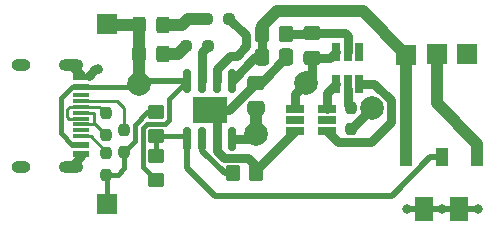
<source format=gbr>
%TF.GenerationSoftware,KiCad,Pcbnew,7.0.10*%
%TF.CreationDate,2024-03-07T14:05:51+00:00*%
%TF.ProjectId,tp4056,74703430-3536-42e6-9b69-6361645f7063,rev?*%
%TF.SameCoordinates,Original*%
%TF.FileFunction,Copper,L1,Top*%
%TF.FilePolarity,Positive*%
%FSLAX46Y46*%
G04 Gerber Fmt 4.6, Leading zero omitted, Abs format (unit mm)*
G04 Created by KiCad (PCBNEW 7.0.10) date 2024-03-07 14:05:51*
%MOMM*%
%LPD*%
G01*
G04 APERTURE LIST*
G04 Aperture macros list*
%AMRoundRect*
0 Rectangle with rounded corners*
0 $1 Rounding radius*
0 $2 $3 $4 $5 $6 $7 $8 $9 X,Y pos of 4 corners*
0 Add a 4 corners polygon primitive as box body*
4,1,4,$2,$3,$4,$5,$6,$7,$8,$9,$2,$3,0*
0 Add four circle primitives for the rounded corners*
1,1,$1+$1,$2,$3*
1,1,$1+$1,$4,$5*
1,1,$1+$1,$6,$7*
1,1,$1+$1,$8,$9*
0 Add four rect primitives between the rounded corners*
20,1,$1+$1,$2,$3,$4,$5,0*
20,1,$1+$1,$4,$5,$6,$7,0*
20,1,$1+$1,$6,$7,$8,$9,0*
20,1,$1+$1,$8,$9,$2,$3,0*%
G04 Aperture macros list end*
%TA.AperFunction,SMDPad,CuDef*%
%ADD10RoundRect,0.237500X0.237500X-0.250000X0.237500X0.250000X-0.237500X0.250000X-0.237500X-0.250000X0*%
%TD*%
%TA.AperFunction,ComponentPad*%
%ADD11R,1.700000X1.700000*%
%TD*%
%TA.AperFunction,SMDPad,CuDef*%
%ADD12RoundRect,0.250000X-0.350000X-0.450000X0.350000X-0.450000X0.350000X0.450000X-0.350000X0.450000X0*%
%TD*%
%TA.AperFunction,SMDPad,CuDef*%
%ADD13RoundRect,0.150000X0.150000X-0.825000X0.150000X0.825000X-0.150000X0.825000X-0.150000X-0.825000X0*%
%TD*%
%TA.AperFunction,SMDPad,CuDef*%
%ADD14R,3.000000X2.290000*%
%TD*%
%TA.AperFunction,SMDPad,CuDef*%
%ADD15RoundRect,0.237500X-0.250000X-0.237500X0.250000X-0.237500X0.250000X0.237500X-0.250000X0.237500X0*%
%TD*%
%TA.AperFunction,SMDPad,CuDef*%
%ADD16RoundRect,0.250000X-0.337500X-0.475000X0.337500X-0.475000X0.337500X0.475000X-0.337500X0.475000X0*%
%TD*%
%TA.AperFunction,SMDPad,CuDef*%
%ADD17RoundRect,0.237500X-0.237500X0.250000X-0.237500X-0.250000X0.237500X-0.250000X0.237500X0.250000X0*%
%TD*%
%TA.AperFunction,SMDPad,CuDef*%
%ADD18RoundRect,0.250000X0.325000X0.450000X-0.325000X0.450000X-0.325000X-0.450000X0.325000X-0.450000X0*%
%TD*%
%TA.AperFunction,SMDPad,CuDef*%
%ADD19RoundRect,0.250000X0.475000X-0.337500X0.475000X0.337500X-0.475000X0.337500X-0.475000X-0.337500X0*%
%TD*%
%TA.AperFunction,SMDPad,CuDef*%
%ADD20R,1.450000X0.600000*%
%TD*%
%TA.AperFunction,SMDPad,CuDef*%
%ADD21R,1.450000X0.300000*%
%TD*%
%TA.AperFunction,ComponentPad*%
%ADD22O,2.100000X1.000000*%
%TD*%
%TA.AperFunction,ComponentPad*%
%ADD23O,1.600000X1.000000*%
%TD*%
%TA.AperFunction,SMDPad,CuDef*%
%ADD24R,1.560000X0.650000*%
%TD*%
%TA.AperFunction,SMDPad,CuDef*%
%ADD25RoundRect,0.250000X-0.475000X0.337500X-0.475000X-0.337500X0.475000X-0.337500X0.475000X0.337500X0*%
%TD*%
%TA.AperFunction,SMDPad,CuDef*%
%ADD26RoundRect,0.250000X0.450000X-0.350000X0.450000X0.350000X-0.450000X0.350000X-0.450000X-0.350000X0*%
%TD*%
%TA.AperFunction,SMDPad,CuDef*%
%ADD27R,1.000000X1.500000*%
%TD*%
%TA.AperFunction,SMDPad,CuDef*%
%ADD28R,1.500000X2.000000*%
%TD*%
%TA.AperFunction,SMDPad,CuDef*%
%ADD29R,0.650000X1.560000*%
%TD*%
%TA.AperFunction,ViaPad*%
%ADD30C,0.800000*%
%TD*%
%TA.AperFunction,ViaPad*%
%ADD31C,0.600000*%
%TD*%
%TA.AperFunction,ViaPad*%
%ADD32C,2.000000*%
%TD*%
%TA.AperFunction,Conductor*%
%ADD33C,1.000000*%
%TD*%
%TA.AperFunction,Conductor*%
%ADD34C,0.800000*%
%TD*%
%TA.AperFunction,Conductor*%
%ADD35C,0.500000*%
%TD*%
%TA.AperFunction,Conductor*%
%ADD36C,0.400000*%
%TD*%
%TA.AperFunction,Conductor*%
%ADD37C,0.250000*%
%TD*%
G04 APERTURE END LIST*
D10*
%TO.P,R4,1*%
%TO.N,GND*%
X168020000Y-85082500D03*
%TO.P,R4,2*%
%TO.N,Net-(U2-CS)*%
X168020000Y-83257500D03*
%TD*%
D11*
%TO.P,J3,1,Pin_1*%
%TO.N,VIN*%
X147320000Y-76200000D03*
%TD*%
D12*
%TO.P,R5,1*%
%TO.N,BAT+*%
X160500000Y-77000000D03*
%TO.P,R5,2*%
%TO.N,Net-(U2-VCC)*%
X162500000Y-77000000D03*
%TD*%
D13*
%TO.P,U1,1,TEMP*%
%TO.N,TEMP*%
X154145000Y-85905000D03*
%TO.P,U1,2,PROG*%
%TO.N,Net-(U1-PROG)*%
X155415000Y-85905000D03*
%TO.P,U1,3,GND*%
%TO.N,GND*%
X156685000Y-85905000D03*
%TO.P,U1,4,VCC*%
%TO.N,VIN*%
X157955000Y-85905000D03*
%TO.P,U1,5,BAT*%
%TO.N,BAT+*%
X157955000Y-80955000D03*
%TO.P,U1,6,~{STDBY}*%
%TO.N,Net-(U1-~{STDBY})*%
X156685000Y-80955000D03*
%TO.P,U1,7,~{CHRG}*%
%TO.N,Net-(U1-~{CHRG})*%
X155415000Y-80955000D03*
%TO.P,U1,8,CE*%
%TO.N,VIN*%
X154145000Y-80955000D03*
D14*
%TO.P,U1,9,PP*%
%TO.N,GND*%
X156050000Y-83430000D03*
%TD*%
D15*
%TO.P,R2,1*%
%TO.N,Net-(D2-K)*%
X155837500Y-75750000D03*
%TO.P,R2,2*%
%TO.N,Net-(U1-~{STDBY})*%
X157662500Y-75750000D03*
%TD*%
D11*
%TO.P,J7,1,Pin_1*%
%TO.N,GND*%
X177800000Y-78740000D03*
%TD*%
D16*
%TO.P,C2,1*%
%TO.N,BAT+*%
X160462500Y-79000000D03*
%TO.P,C2,2*%
%TO.N,GND*%
X162537500Y-79000000D03*
%TD*%
D17*
%TO.P,R7,1*%
%TO.N,Net-(J8-CC1)*%
X148820000Y-85155000D03*
%TO.P,R7,2*%
%TO.N,GND*%
X148820000Y-86980000D03*
%TD*%
D18*
%TO.P,D2,1,K*%
%TO.N,Net-(D2-K)*%
X152122500Y-76290000D03*
%TO.P,D2,2,A*%
%TO.N,VIN*%
X150072500Y-76290000D03*
%TD*%
D17*
%TO.P,R6,1*%
%TO.N,Net-(J8-CC2)*%
X147290000Y-87097500D03*
%TO.P,R6,2*%
%TO.N,GND*%
X147290000Y-88922500D03*
%TD*%
D19*
%TO.P,C1,1*%
%TO.N,VIN*%
X160000000Y-83237500D03*
%TO.P,C1,2*%
%TO.N,GND*%
X160000000Y-81162500D03*
%TD*%
D15*
%TO.P,R1,1*%
%TO.N,Net-(D1-K)*%
X154087500Y-78000000D03*
%TO.P,R1,2*%
%TO.N,Net-(U1-~{CHRG})*%
X155912500Y-78000000D03*
%TD*%
D20*
%TO.P,J8,A1,GND*%
%TO.N,GND*%
X145195000Y-80670000D03*
%TO.P,J8,A4,VBUS*%
%TO.N,VIN*%
X145195000Y-81470000D03*
D21*
%TO.P,J8,A5,CC1*%
%TO.N,Net-(J8-CC1)*%
X145195000Y-82670000D03*
%TO.P,J8,A6,D+*%
%TO.N,Net-(J8-D+-PadA6)*%
X145195000Y-83670000D03*
%TO.P,J8,A7,D-*%
%TO.N,Net-(J8-D--PadA7)*%
X145195000Y-84170000D03*
%TO.P,J8,A8,SBU1*%
%TO.N,unconnected-(J8-SBU1-PadA8)*%
X145195000Y-85170000D03*
D20*
%TO.P,J8,A9,VBUS*%
%TO.N,VIN*%
X145195000Y-86370000D03*
%TO.P,J8,A12,GND*%
%TO.N,GND*%
X145195000Y-87170000D03*
%TO.P,J8,B1,GND*%
X145195000Y-87170000D03*
%TO.P,J8,B4,VBUS*%
%TO.N,VIN*%
X145195000Y-86370000D03*
D21*
%TO.P,J8,B5,CC2*%
%TO.N,Net-(J8-CC2)*%
X145195000Y-85670000D03*
%TO.P,J8,B6,D+*%
%TO.N,Net-(J8-D+-PadA6)*%
X145195000Y-84670000D03*
%TO.P,J8,B7,D-*%
%TO.N,Net-(J8-D--PadA7)*%
X145195000Y-83170000D03*
%TO.P,J8,B8,SBU2*%
%TO.N,unconnected-(J8-SBU2-PadB8)*%
X145195000Y-82170000D03*
D20*
%TO.P,J8,B9,VBUS*%
%TO.N,VIN*%
X145195000Y-81470000D03*
%TO.P,J8,B12,GND*%
%TO.N,GND*%
X145195000Y-80670000D03*
D22*
%TO.P,J8,S1,SHIELD*%
X144280000Y-79600000D03*
D23*
X140100000Y-79600000D03*
D22*
X144280000Y-88240000D03*
D23*
X140100000Y-88240000D03*
%TD*%
D24*
%TO.P,U3,1,S1*%
%TO.N,BAT-*%
X163290000Y-83320000D03*
%TO.P,U3,2,D1D2*%
%TO.N,unconnected-(U3-D1D2-Pad2)*%
X163290000Y-84270000D03*
%TO.P,U3,3,S2*%
%TO.N,GND*%
X163290000Y-85220000D03*
%TO.P,U3,4,G2*%
%TO.N,/G2*%
X165990000Y-85220000D03*
%TO.P,U3,5,D1D2*%
%TO.N,unconnected-(U3-D1D2-Pad5)*%
X165990000Y-84270000D03*
%TO.P,U3,6,G1*%
%TO.N,/G1*%
X165990000Y-83320000D03*
%TD*%
D10*
%TO.P,R10,1*%
%TO.N,Net-(J8-D+-PadA6)*%
X147280000Y-85552500D03*
%TO.P,R10,2*%
%TO.N,Net-(J8-D--PadA7)*%
X147280000Y-83727500D03*
%TD*%
D25*
%TO.P,C3,1*%
%TO.N,Net-(U2-VCC)*%
X164750000Y-76962500D03*
%TO.P,C3,2*%
%TO.N,BAT-*%
X164750000Y-79037500D03*
%TD*%
D11*
%TO.P,J4,1,Pin_1*%
%TO.N,BAT-*%
X175260000Y-78740000D03*
%TD*%
%TO.P,J2,1,Pin_1*%
%TO.N,GND*%
X147320000Y-91440000D03*
%TD*%
D26*
%TO.P,R8,1*%
%TO.N,TEMP*%
X151470000Y-85620000D03*
%TO.P,R8,2*%
%TO.N,GND*%
X151470000Y-83620000D03*
%TD*%
%TO.P,R9,1*%
%TO.N,VIN*%
X151480000Y-89360000D03*
%TO.P,R9,2*%
%TO.N,TEMP*%
X151480000Y-87360000D03*
%TD*%
D27*
%TO.P,J6,1,Pin_1*%
%TO.N,BAT+*%
X172700000Y-87450000D03*
%TO.P,J6,2,Pin_2*%
%TO.N,TEMP*%
X175700000Y-87450000D03*
%TO.P,J6,3,Pin_3*%
%TO.N,BAT-*%
X178700000Y-87450000D03*
D28*
%TO.P,J6,MP,MountPin*%
%TO.N,GND*%
X174200000Y-91810000D03*
X177200000Y-91810000D03*
%TD*%
D18*
%TO.P,D1,1,K*%
%TO.N,Net-(D1-K)*%
X152122500Y-78722000D03*
%TO.P,D1,2,A*%
%TO.N,VIN*%
X150072500Y-78722000D03*
%TD*%
D12*
%TO.P,R3,1*%
%TO.N,Net-(U1-PROG)*%
X158000000Y-88800000D03*
%TO.P,R3,2*%
%TO.N,GND*%
X160000000Y-88800000D03*
%TD*%
D11*
%TO.P,J5,1,Pin_1*%
%TO.N,BAT+*%
X172705000Y-78765000D03*
%TD*%
D29*
%TO.P,U2,1,OD*%
%TO.N,/G1*%
X166780000Y-81210000D03*
%TO.P,U2,2,CS*%
%TO.N,Net-(U2-CS)*%
X167730000Y-81210000D03*
%TO.P,U2,3,OC*%
%TO.N,/G2*%
X168680000Y-81210000D03*
%TO.P,U2,4,TD*%
%TO.N,unconnected-(U2-TD-Pad4)*%
X168680000Y-78510000D03*
%TO.P,U2,5,VCC*%
%TO.N,Net-(U2-VCC)*%
X167730000Y-78510000D03*
%TO.P,U2,6,GND*%
%TO.N,BAT-*%
X166780000Y-78510000D03*
%TD*%
D30*
%TO.N,GND*%
X178750000Y-91840000D03*
X146570000Y-79980000D03*
X175720000Y-91850000D03*
D31*
X156050000Y-83430000D03*
D30*
X172760000Y-91840000D03*
D32*
X169788629Y-83271371D03*
%TO.N,VIN*%
X150072500Y-81217500D03*
X160000000Y-85500000D03*
%TO.N,BAT-*%
X164230000Y-81170000D03*
%TD*%
D33*
%TO.N,BAT+*%
X172705000Y-78765000D02*
X172960000Y-79020000D01*
D34*
X159910000Y-79000000D02*
X160462500Y-79000000D01*
X160462500Y-79000000D02*
X160462500Y-77037500D01*
X160462500Y-77037500D02*
X160500000Y-77000000D01*
D33*
X169020000Y-75080000D02*
X161720000Y-75080000D01*
X160500000Y-76300000D02*
X160500000Y-77000000D01*
X172700000Y-87450000D02*
X172700000Y-78770000D01*
X172700000Y-78770000D02*
X172705000Y-78765000D01*
D34*
X157955000Y-80955000D02*
X159910000Y-79000000D01*
D33*
X161720000Y-75080000D02*
X160500000Y-76300000D01*
X172705000Y-78765000D02*
X169020000Y-75080000D01*
D34*
%TO.N,Net-(U2-VCC)*%
X167537500Y-76962500D02*
X164750000Y-76962500D01*
X167730000Y-78510000D02*
X167730000Y-77155000D01*
X162500000Y-77000000D02*
X164712500Y-77000000D01*
X167730000Y-77155000D02*
X167537500Y-76962500D01*
X164712500Y-77000000D02*
X164750000Y-76962500D01*
D33*
%TO.N,Net-(D1-K)*%
X153365500Y-78722000D02*
X154087500Y-78000000D01*
X152122500Y-78722000D02*
X153365500Y-78722000D01*
D35*
%TO.N,GND*%
X145195000Y-80670000D02*
X145195000Y-80515000D01*
D36*
X147290000Y-88922500D02*
X148277500Y-88922500D01*
D35*
X175710000Y-91840000D02*
X172760000Y-91840000D01*
X176830000Y-91840000D02*
X176820000Y-91850000D01*
X145195000Y-87170000D02*
X145195000Y-87325000D01*
D34*
X156685000Y-84065000D02*
X156050000Y-83430000D01*
D36*
X148820000Y-86980000D02*
X149695000Y-86105000D01*
D34*
X169788629Y-83313871D02*
X168020000Y-85082500D01*
D35*
X176820000Y-91850000D02*
X175720000Y-91850000D01*
D36*
X148277500Y-88922500D02*
X148820000Y-88380000D01*
D34*
X157285001Y-87480000D02*
X159280000Y-87480000D01*
X160000000Y-88510000D02*
X163290000Y-85220000D01*
D37*
X145660000Y-80670000D02*
X145250000Y-80670000D01*
D34*
X157732500Y-83430000D02*
X160000000Y-81162500D01*
D36*
X149695000Y-84695000D02*
X150770000Y-83620000D01*
D34*
X159280000Y-87480000D02*
X160000000Y-88200000D01*
D35*
X178750000Y-91840000D02*
X176830000Y-91840000D01*
D37*
X145800000Y-80530000D02*
X145660000Y-80670000D01*
D34*
X145800000Y-80530000D02*
X146350000Y-79980000D01*
D36*
X147320000Y-88952500D02*
X147290000Y-88922500D01*
D34*
X156685000Y-86879999D02*
X157285001Y-87480000D01*
D36*
X150770000Y-83620000D02*
X151470000Y-83620000D01*
D34*
X160375000Y-81162500D02*
X160000000Y-81162500D01*
D35*
X175720000Y-91850000D02*
X175710000Y-91840000D01*
D34*
X156685000Y-85905000D02*
X156685000Y-86879999D01*
D36*
X148820000Y-88380000D02*
X148820000Y-86980000D01*
X149695000Y-86105000D02*
X149695000Y-84695000D01*
D34*
X160000000Y-88800000D02*
X160000000Y-88510000D01*
X159910000Y-88110000D02*
X160000000Y-88200000D01*
X145195000Y-87325000D02*
X144280000Y-88240000D01*
X156050000Y-83430000D02*
X157732500Y-83430000D01*
X160000000Y-88200000D02*
X160000000Y-88800000D01*
D36*
X147320000Y-91440000D02*
X147320000Y-88952500D01*
D34*
X162537500Y-79000000D02*
X160375000Y-81162500D01*
X156685000Y-85905000D02*
X156685000Y-84065000D01*
X145195000Y-80515000D02*
X144280000Y-79600000D01*
X169788629Y-83271371D02*
X169788629Y-83313871D01*
X146350000Y-79980000D02*
X146570000Y-79980000D01*
D36*
%TO.N,VIN*%
X152310000Y-84620000D02*
X150743834Y-84620000D01*
X149820000Y-81470000D02*
X145195000Y-81470000D01*
D33*
X150072500Y-78722000D02*
X150072500Y-76290000D01*
D36*
X143465000Y-85428984D02*
X143465000Y-82435000D01*
X145195000Y-86370000D02*
X144406016Y-86370000D01*
X143465000Y-82435000D02*
X144430000Y-81470000D01*
X144406016Y-86370000D02*
X143465000Y-85428984D01*
X150743834Y-84620000D02*
X150370000Y-84993834D01*
D33*
X147410000Y-76290000D02*
X147320000Y-76200000D01*
X150072500Y-81217500D02*
X150072500Y-78722000D01*
D35*
X150335000Y-80955000D02*
X154145000Y-80955000D01*
D34*
X159595000Y-85905000D02*
X160000000Y-85500000D01*
D33*
X150072500Y-76290000D02*
X147410000Y-76290000D01*
D36*
X150370000Y-84993834D02*
X150370000Y-88250000D01*
X152620000Y-84310000D02*
X152310000Y-84620000D01*
X144430000Y-81470000D02*
X145195000Y-81470000D01*
X154145000Y-80955000D02*
X152620000Y-82480000D01*
D34*
X157955000Y-85905000D02*
X159595000Y-85905000D01*
D33*
X160000000Y-85500000D02*
X160000000Y-83237500D01*
D36*
X150370000Y-88250000D02*
X151480000Y-89360000D01*
X152620000Y-82480000D02*
X152620000Y-84310000D01*
D35*
X150072500Y-81217500D02*
X150335000Y-80955000D01*
D33*
%TO.N,Net-(D2-K)*%
X153720000Y-76290000D02*
X154260000Y-75750000D01*
X154260000Y-75750000D02*
X155837500Y-75750000D01*
X152122500Y-76290000D02*
X153720000Y-76290000D01*
D34*
%TO.N,Net-(U1-~{CHRG})*%
X155912500Y-78000000D02*
X155415000Y-78497500D01*
X155415000Y-78497500D02*
X155415000Y-80955000D01*
D35*
%TO.N,Net-(U1-~{STDBY})*%
X157712500Y-75800000D02*
X157800000Y-75800000D01*
D34*
X156685000Y-79980001D02*
X157800000Y-78865001D01*
D35*
X157662500Y-75750000D02*
X157712500Y-75800000D01*
D34*
X158334999Y-78865001D02*
X159135000Y-78065000D01*
X156685000Y-80955000D02*
X156685000Y-79980001D01*
X157800000Y-75800000D02*
X159135000Y-77135000D01*
X159135000Y-78065000D02*
X159135000Y-77135000D01*
X157800000Y-78865001D02*
X158334999Y-78865001D01*
D35*
%TO.N,Net-(U1-PROG)*%
X155415000Y-85905000D02*
X155415000Y-86879999D01*
X155415000Y-86879999D02*
X157335001Y-88800000D01*
X157335001Y-88800000D02*
X158000000Y-88800000D01*
D34*
%TO.N,BAT-*%
X163280000Y-83210000D02*
X163280000Y-82120000D01*
X166202500Y-79037500D02*
X166730000Y-78510000D01*
D33*
X178700000Y-86290000D02*
X175260000Y-82850000D01*
D34*
X164750000Y-79037500D02*
X166202500Y-79037500D01*
X175227500Y-78772500D02*
X175260000Y-78740000D01*
X163280000Y-82120000D02*
X164230000Y-81170000D01*
X164750000Y-80650000D02*
X164230000Y-81170000D01*
X164750000Y-79037500D02*
X164750000Y-80650000D01*
D33*
X178700000Y-87450000D02*
X178700000Y-86290000D01*
X175260000Y-82850000D02*
X175260000Y-78740000D01*
D34*
%TO.N,Net-(U2-CS)*%
X168020000Y-83257500D02*
X167755000Y-82992500D01*
X167755000Y-82992500D02*
X167755000Y-81649214D01*
%TO.N,/G2*%
X169700000Y-86170000D02*
X171388629Y-84481371D01*
X166940000Y-86170000D02*
X169700000Y-86170000D01*
X169990000Y-81210000D02*
X168680000Y-81210000D01*
X171388629Y-84481371D02*
X171388629Y-82608629D01*
X165990000Y-85220000D02*
X166940000Y-86170000D01*
X171388629Y-82608629D02*
X169990000Y-81210000D01*
%TO.N,/G1*%
X165990000Y-83320000D02*
X165990000Y-82000000D01*
X165990000Y-82000000D02*
X166780000Y-81210000D01*
D35*
%TO.N,TEMP*%
X156480000Y-90690000D02*
X171460000Y-90690000D01*
X171460000Y-90690000D02*
X174700000Y-87450000D01*
D36*
X151470000Y-85620000D02*
X153860000Y-85620000D01*
D35*
X151120000Y-87380000D02*
X151130000Y-87390000D01*
D36*
X153860000Y-85620000D02*
X154145000Y-85905000D01*
D35*
X154145000Y-88355000D02*
X156480000Y-90690000D01*
D36*
X151480000Y-87360000D02*
X151480000Y-85630000D01*
D35*
X154145000Y-85905000D02*
X154145000Y-88355000D01*
X174700000Y-87450000D02*
X175700000Y-87450000D01*
D36*
X151480000Y-85630000D02*
X151470000Y-85620000D01*
D37*
%TO.N,Net-(J8-CC2)*%
X147290000Y-86980000D02*
X147290000Y-87097500D01*
X145980000Y-85670000D02*
X147290000Y-86980000D01*
X145195000Y-85670000D02*
X145980000Y-85670000D01*
%TO.N,Net-(J8-CC1)*%
X148820000Y-83260000D02*
X148820000Y-85155000D01*
X148230000Y-82670000D02*
X148820000Y-83260000D01*
X145195000Y-82670000D02*
X148230000Y-82670000D01*
%TO.N,Net-(J8-D+-PadA6)*%
X146360000Y-84670000D02*
X146430000Y-84740000D01*
X147242500Y-85552500D02*
X147280000Y-85552500D01*
X146430000Y-84740000D02*
X147242500Y-85552500D01*
X146245000Y-83695000D02*
X146245000Y-84555000D01*
X145195000Y-83670000D02*
X146220000Y-83670000D01*
X146220000Y-83670000D02*
X146245000Y-83695000D01*
X146130000Y-84670000D02*
X145195000Y-84670000D01*
X146245000Y-84555000D02*
X146130000Y-84670000D01*
X146130000Y-84670000D02*
X146360000Y-84670000D01*
X146245000Y-84555000D02*
X146430000Y-84740000D01*
%TO.N,Net-(J8-D--PadA7)*%
X145195000Y-83170000D02*
X146722500Y-83170000D01*
X145170000Y-83195000D02*
X145195000Y-83170000D01*
X143990000Y-83380000D02*
X144200000Y-83170000D01*
X144200000Y-83170000D02*
X145195000Y-83170000D01*
X146722500Y-83170000D02*
X147280000Y-83727500D01*
X144150000Y-84170000D02*
X143990000Y-84010000D01*
X145195000Y-84170000D02*
X144150000Y-84170000D01*
X143990000Y-84010000D02*
X143990000Y-83380000D01*
%TD*%
M02*

</source>
